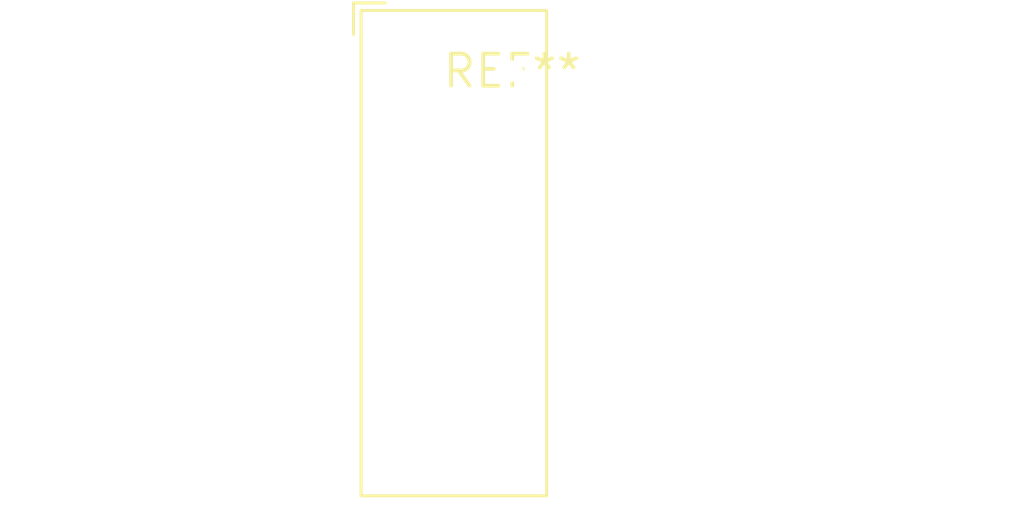
<source format=kicad_pcb>
(kicad_pcb (version 20240108) (generator pcbnew)
  (layers (0 "F.Cu" signal) (31 "B.Cu" signal) (34 "B.Paste" user) (35 "F.Paste" user) (36 "B.SilkS" user "B.Silkscreen") (37 "F.SilkS" user "F.Silkscreen") (38 "B.Mask" user) (39 "F.Mask" user) (44 "Edge.Cuts" user))
  (net 0 "")
  (footprint "Converter_DCDC_XP_POWER-IHxxxxSH_THT" (layer "F.Cu") (at 0 0)
    (property "Reference" "REF**")
    (property "Value" "Converter_DCDC_XP_POWER-IHxxxxSH_THT")
    (fp_line (start -6.28 -2.7) (end -6.28 -1.45) (layer "F.SilkS") (stroke (width 0.12)))
    (fp_line (start -5.98 -2.4) (end -5.98 16.82) (layer "F.SilkS") (stroke (width 0.12)))
    (fp_line (start -5.98 16.82) (end 1.36 16.82) (layer "F.SilkS") (stroke (width 0.12)))
    (fp_line (start -5.03 -2.7) (end -6.28 -2.7) (layer "F.SilkS") (stroke (width 0.12)))
    (fp_line (start 1.36 -2.4) (end -5.98 -2.4) (layer "F.SilkS") (stroke (width 0.12)))
    (fp_line (start 1.36 16.82) (end 1.36 -2.4) (layer "F.SilkS") (stroke (width 0.12)))
    (pad "1" thru_hole rect (at 0 0) (size 1.85 1.85) (drill 0.85) (layers *.Cu *.Mask) (remove_unused_layers))
    (pad "2" thru_hole circle (at 0 2.54) (size 1.85 1.85) (drill 0.85) (layers *.Cu *.Mask) (remove_unused_layers))
    (pad "4" thru_hole circle (at 0 10.16) (size 1.85 1.85) (drill 0.85) (layers *.Cu *.Mask) (remove_unused_layers))
    (pad "5" thru_hole circle (at 0 12.7) (size 1.85 1.85) (drill 0.85) (layers *.Cu *.Mask) (remove_unused_layers))
    (pad "6" thru_hole circle (at 0 15.24) (size 1.85 1.85) (drill 0.85) (layers *.Cu *.Mask) (remove_unused_layers))
  )
)
</source>
